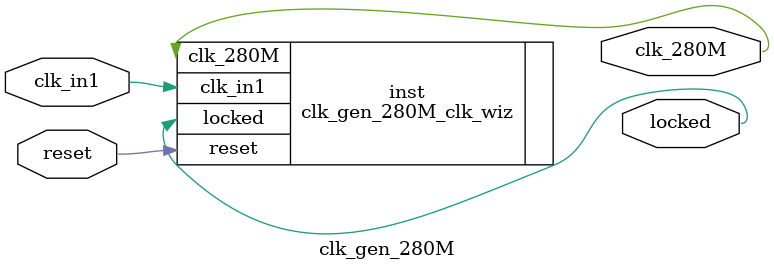
<source format=v>


`timescale 1ps/1ps

(* CORE_GENERATION_INFO = "clk_gen_280M,clk_wiz_v6_0_4_0_0,{component_name=clk_gen_280M,use_phase_alignment=true,use_min_o_jitter=false,use_max_i_jitter=false,use_dyn_phase_shift=false,use_inclk_switchover=false,use_dyn_reconfig=false,enable_axi=0,feedback_source=FDBK_AUTO,PRIMITIVE=PLL,num_out_clk=1,clkin1_period=20.000,clkin2_period=10.0,use_power_down=false,use_reset=true,use_locked=true,use_inclk_stopped=false,feedback_type=SINGLE,CLOCK_MGR_TYPE=NA,manual_override=false}" *)

module clk_gen_280M 
 (
  // Clock out ports
  output        clk_280M,
  // Status and control signals
  input         reset,
  output        locked,
 // Clock in ports
  input         clk_in1
 );

  clk_gen_280M_clk_wiz inst
  (
  // Clock out ports  
  .clk_280M(clk_280M),
  // Status and control signals               
  .reset(reset), 
  .locked(locked),
 // Clock in ports
  .clk_in1(clk_in1)
  );

endmodule

</source>
